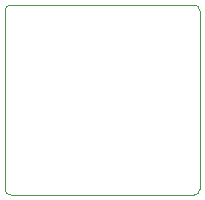
<source format=gbr>
G04*
G04 #@! TF.GenerationSoftware,Altium Limited,Altium Designer,25.8.1 (18)*
G04*
G04 Layer_Color=0*
%FSLAX25Y25*%
%MOIN*%
G70*
G04*
G04 #@! TF.SameCoordinates,E2154C79-DA77-42C2-A4CA-17832CE20963*
G04*
G04*
G04 #@! TF.FilePolarity,Positive*
G04*
G01*
G75*
%ADD29C,0.00100*%
D29*
X99606Y101969D02*
Y161417D01*
D02*
G02*
X101575Y163386I1969J0D01*
G01*
X162598D01*
D02*
G02*
X164567Y161417I0J-1969D01*
G01*
Y101969D01*
D02*
G02*
X162598Y100000I-1969J0D01*
G01*
X101575D01*
D02*
G02*
X99606Y101969I0J1969D01*
G01*
M02*

</source>
